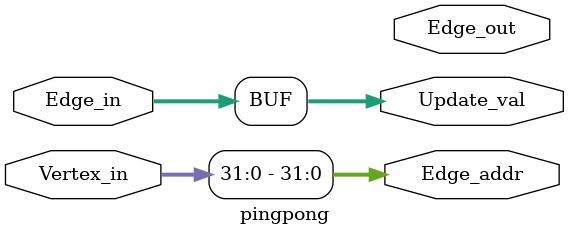
<source format=v>
module pingpong #(
parameter VERTEX_WIDTH = 64,
parameter EDGE_WIDTH = 32,
parameter EDGE_ADDRESS = 32,
parameter OUTPUT_WIDTH = 32
)(
input [VERTEX_WIDTH-1:0] 	Vertex_in,
input [EDGE_WIDTH-1:0] 		Edge_in,
output reg [EDGE_ADDRESS-1:0]	Edge_addr,
output reg [EDGE_WIDTH-1:0] 	Edge_out,
output reg [OUTPUT_WIDTH-1:0]	Update_val
);


always @(Vertex_in)begin
	// Check the edges associated with a particular input vertex
	Edge_addr <= Vertex_in[(VERTEX_WIDTH/2)-1:0];
	// TODO Sum on edge values associated with this vertex
	Update_val <= Edge_in;
end


endmodule

</source>
